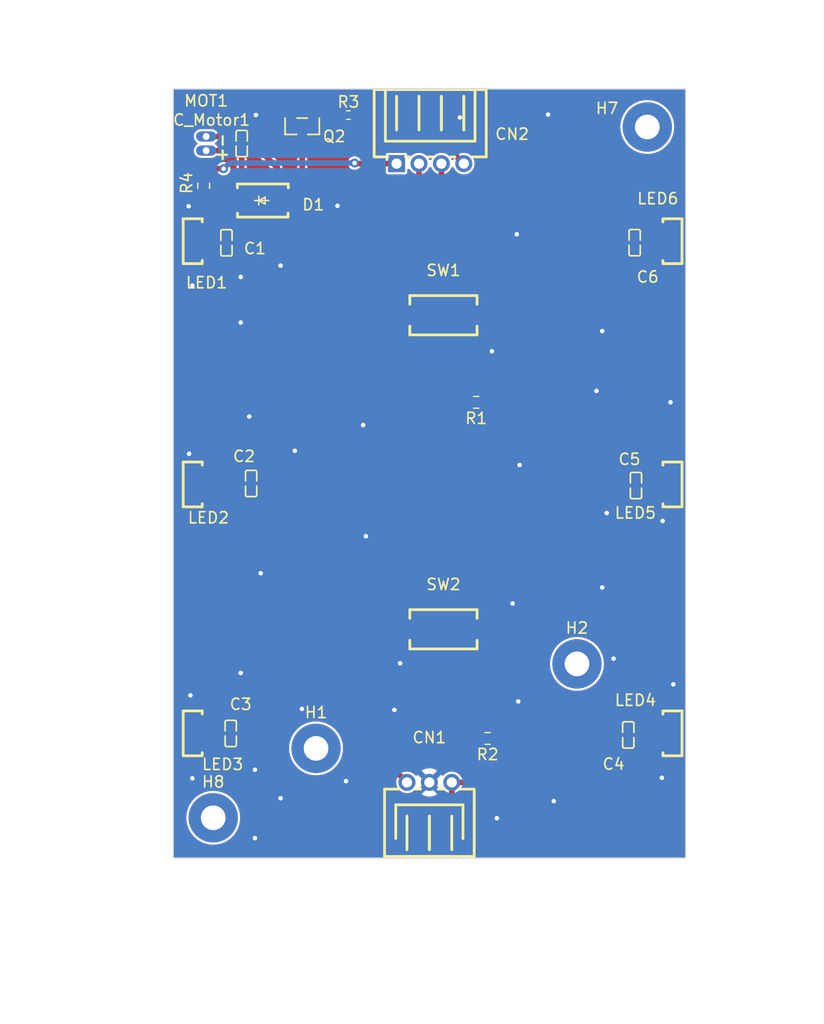
<source format=kicad_pcb>
(kicad_pcb (version 20240108) (generator "pcbnew") (generator_version "8.0")
  (layers (0 "F.Cu" signal) (31 "B.Cu" signal) (34 "B.Paste" user) (35 "F.Paste" user) (36 "B.SilkS" user "B.Silkscreen") (37 "F.SilkS" user "F.Silkscreen") (38 "B.Mask" user) (39 "F.Mask" user) (44 "Edge.Cuts" user))
  (net 0 "")
  (net 1 "+5V")
  (net 2 "GND")
  (net 3 "Net-(D1-A)")
  (net 4 "+3.3V")
  (net 5 "BT_SEC")
  (net 6 "Net-(LED1-DO)")
  (net 7 "Net-(LED2-DO)")
  (net 8 "Net-(LED3-DO)")
  (net 9 "Net-(LED4-DO)")
  (net 10 "Net-(LED5-DO)")
  (net 11 "BT_PRIM")
  (net 12 "LED_D1")
  (net 14 "Net-(R1-Pad2)")
  (net 15 "Net-(R2-Pad1)")
  (net 16 "VIB_MOTOR")
  (net 17 "Net-(LED1-DI)")
  (net 18 "Net-(Q2-B)")
  (footprint "Resistor_SMD:R_0603_1608Metric" (layer "F.Cu") (at 133.21958 63.084514 -90)
    (property "Reference" "R4" (at -0.254 1.524 90) (layer "F.SilkS"))
    (property "Value" "330 Ohm")
    (fp_line (start -0.237258 0.5225) (end 0.237258 0.5225) (stroke (width 0.12)) (layer "F.SilkS"))
    (fp_line (start -0.237258 -0.5225) (end 0.237258 -0.5225) (stroke (width 0.12)) (layer "F.SilkS"))
    (pad "1" smd roundrect (at -0.825 0 270) (size 0.8 0.95) (layers "F.Cu" "F.Paste" "F.Mask") (net 12 "LED_D1"))
    (pad "2" smd roundrect (at 0.825 0 270) (size 0.8 0.95) (layers "F.Cu" "F.Paste" "F.Mask") (net 17 "Net-(LED1-DI)"))
  )
  (footprint "global:KEY-SMD_L6.0-W3.5-LS8.0" (layer "F.Cu") (at 154.61421 74.62429)
    (property "Reference" "SW1" (at 0 -4 0) (layer "F.SilkS"))
    (property "Value" "Primary Button")
    (fp_line (start -3 -1.75) (end -3 -0.98) (stroke (width 0.25)) (layer "F.SilkS"))
    (fp_line (start -3 -1.75) (end 3 -1.75) (stroke (width 0.25)) (layer "F.SilkS"))
    (fp_line (start -3 0.98) (end -3 1.75) (stroke (width 0.25)) (layer "F.SilkS"))
    (fp_line (start -3 1.75) (end 3 1.75) (stroke (width 0.25)) (layer "F.SilkS"))
    (fp_line (start 3 -1.75) (end 3 -0.98) (stroke (width 0.25)) (layer "F.SilkS"))
    (fp_line (start 3 0.98) (end 3 1.75) (stroke (width 0.25)) (layer "F.SilkS"))
    (pad "1" smd rect (at -3.75 0) (size 1.5 1.5) (layers "F.Cu" "F.Paste" "F.Mask") (net 11 "BT_PRIM"))
    (pad "2" smd rect (at 3.75 0) (size 1.5 1.5) (layers "F.Cu" "F.Paste" "F.Mask") (net 14 "Net-(R1-Pad2)"))
  )
  (footprint "global:C0402" (layer "F.Cu") (at 137.45346 89.625394 -90)
    (property "Reference" "C2" (at -2.42 0.635 180) (layer "F.SilkS"))
    (property "Value" "100nF")
    (fp_line (start -0.23 0.5) (end -1.02 0.5) (stroke (width 0.15)) (layer "F.SilkS"))
    (fp_line (start 0.23 0.5) (end 1.02 0.5) (stroke (width 0.15)) (layer "F.SilkS"))
    (fp_line (start -1.17 0.35) (end -1.17 -0.35) (stroke (width 0.15)) (layer "F.SilkS"))
    (fp_line (start 1.17 0.35) (end 1.17 -0.35) (stroke (width 0.15)) (layer "F.SilkS"))
    (fp_line (start -1.02 -0.5) (end -0.23 -0.5) (stroke (width 0.15)) (layer "F.SilkS"))
    (fp_line (start 1.02 -0.5) (end 0.23 -0.5) (stroke (width 0.15)) (layer "F.SilkS"))
    (fp_arc (start -1.02 0.5) (mid -1.126066 0.456066) (end -1.17 0.35) (stroke (width 0.15)) (layer "F.SilkS"))
    (fp_arc (start 1.17 0.35) (mid 1.126066 0.456066) (end 1.02 0.5) (stroke (width 0.15)) (layer "F.SilkS"))
    (fp_arc (start -1.17 -0.35) (mid -1.126066 -0.456066) (end -1.02 -0.5) (stroke (width 0.15)) (layer "F.SilkS"))
    (fp_arc (start 1.02 -0.5) (mid 1.126066 -0.456066) (end 1.17 -0.35) (stroke (width 0.15)) (layer "F.SilkS"))
    (pad "1" smd rect (at -0.55 0 270) (size 0.79 0.54) (layers "F.Cu" "F.Paste" "F.Mask") (net 1 "+5V"))
    (pad "2" smd rect (at 0.55 0 270) (size 0.79 0.54) (layers "F.Cu" "F.Paste" "F.Mask") (net 2 "GND"))
  )
  (footprint "global:KEY-SMD_L6.0-W3.5-LS8.0" (layer "F.Cu") (at 154.61421 102.62779)
    (property "Reference" "SW2" (at 0 -4 0) (layer "F.SilkS"))
    (property "Value" "Secondary Button")
    (fp_line (start -3 -1.75) (end -3 -0.98) (stroke (width 0.25)) (layer "F.SilkS"))
    (fp_line (start -3 -1.75) (end 3 -1.75) (stroke (width 0.25)) (layer "F.SilkS"))
    (fp_line (start -3 0.98) (end -3 1.75) (stroke (width 0.25)) (layer "F.SilkS"))
    (fp_line (start -3 1.75) (end 3 1.75) (stroke (width 0.25)) (layer "F.SilkS"))
    (fp_line (start 3 -1.75) (end 3 -0.98) (stroke (width 0.25)) (layer "F.SilkS"))
    (fp_line (start 3 0.98) (end 3 1.75) (stroke (width 0.25)) (layer "F.SilkS"))
    (pad "1" smd rect (at -3.75 0) (size 1.5 1.5) (layers "F.Cu" "F.Paste" "F.Mask") (net 5 "BT_SEC"))
    (pad "2" smd rect (at 3.75 0) (size 1.5 1.5) (layers "F.Cu" "F.Paste" "F.Mask") (net 15 "Net-(R2-Pad1)"))
  )
  (footprint "global:C0402" (layer "F.Cu") (at 171.677981 68.152577 90)
    (property "Reference" "C6" (at -3.059937 1.165599 0) (layer "F.SilkS"))
    (property "Value" "100nF")
    (fp_line (start 1.02 -0.5) (end 0.23 -0.5) (stroke (width 0.15)) (layer "F.SilkS"))
    (fp_line (start -1.02 -0.5) (end -0.23 -0.5) (stroke (width 0.15)) (layer "F.SilkS"))
    (fp_line (start 1.17 0.35) (end 1.17 -0.35) (stroke (width 0.15)) (layer "F.SilkS"))
    (fp_line (start -1.17 0.35) (end -1.17 -0.35) (stroke (width 0.15)) (layer "F.SilkS"))
    (fp_line (start 0.23 0.5) (end 1.02 0.5) (stroke (width 0.15)) (layer "F.SilkS"))
    (fp_line (start -0.23 0.5) (end -1.02 0.5) (stroke (width 0.15)) (layer "F.SilkS"))
    (fp_arc (start 1.02 -0.5) (mid 1.126066 -0.456066) (end 1.17 -0.35) (stroke (width 0.15)) (layer "F.SilkS"))
    (fp_arc (start -1.17 -0.35) (mid -1.126066 -0.456066) (end -1.02 -0.5) (stroke (width 0.15)) (layer "F.SilkS"))
    (fp_arc (start 1.17 0.35) (mid 1.126066 0.456066) (end 1.02 0.5) (stroke (width 0.15)) (layer "F.SilkS"))
    (fp_arc (start -1.02 0.5) (mid -1.126066 0.456066) (end -1.17 0.35) (stroke (width 0.15)) (layer "F.SilkS"))
    (pad "1" smd rect (at -0.55 0 90) (size 0.79 0.54) (layers "F.Cu" "F.Paste" "F.Mask") (net 1 "+5V"))
    (pad "2" smd rect (at 0.55 0 90) (size 0.79 0.54) (layers "F.Cu" "F.Paste" "F.Mask") (net 2 "GND"))
  )
  (footprint "global:SMA_L4.2-W2.6-LS5.0-RD" (layer "F.Cu") (at 138.51546 64.394394)
    (property "Reference" "D1" (at 4.48654 0.375606 0) (layer "F.SilkS"))
    (property "Value" "1N4001 Diode")
    (fp_line (start -2.29 -1.47) (end -2.29 -1.13) (stroke (width 0.25)) (layer "F.SilkS"))
    (fp_line (start -2.28 1.13) (end -2.28 1.48) (stroke (width 0.25)) (layer "F.SilkS"))
    (fp_line (start -2.28 1.48) (end 2.23 1.48) (stroke (width 0.25)) (layer "F.SilkS"))
    (fp_line (start -0.76 0) (end 0.51 0) (stroke (width 0.13)) (layer "F.SilkS"))
    (fp_line (start -0.38 0) (end -0.38 -0.38) (stroke (width 0.13)) (layer "F.SilkS"))
    (fp_line (start -0.38 0) (end -0.38 0.38) (stroke (width 0.13)) (layer "F.SilkS"))
    (fp_line (start 0.16 0.3) (end -0.38 0) (stroke (width 0.13)) (layer "F.SilkS"))
    (fp_line (start 0.19 -0.3) (end -0.38 0) (stroke (width 0.13)) (layer "F.SilkS"))
    (fp_line (start 0.19 -0.3) (end 0.19 0.3) (stroke (width 0.13)) (layer "F.SilkS"))
    (fp_line (start 2.23 1.48) (end 2.23 1.13) (stroke (width 0.25)) (layer "F.SilkS"))
    (fp_line (start 2.25 -1.47) (end -2.29 -1.47) (stroke (width 0.25)) (layer "F.SilkS"))
    (fp_line (start 2.25 -1.13) (end 2.25 -1.47) (stroke (width 0.25)) (layer "F.SilkS"))
    (pad "1" smd rect (at -2.06 0) (size 2 1.8) (layers "F.Cu" "F.Paste" "F.Mask") (net 4 "+3.3V"))
    (pad "2" smd rect (at 2.06 0) (size 2 1.8) (layers "F.Cu" "F.Paste" "F.Mask") (net 3 "Net-(D1-A)"))
  )
  (footprint "global:LED-SMD_4P-L4.0-W1.7_XL-4020RGBC-WS2812B" (layer "F.Cu") (at 174.28346 111.906394 90)
    (property "Reference" "LED4" (at 2.95 -2.54 0) (layer "F.SilkS"))
    (property "Value" "XL-4020RGBC-WS2812B")
    (fp_line (start 2 -0.08) (end 1.72 -0.08) (stroke (width 0.25)) (layer "F.SilkS"))
    (fp_line (start -1.73 -0.08) (end -2 -0.08) (stroke (width 0.25)) (layer "F.SilkS"))
    (fp_line (start -2 -0.08) (end -2 1.62) (stroke (width 0.25)) (layer "F.SilkS"))
    (fp_line (start 2 1.62) (end 2 -0.05) (stroke (width 0.25)) (layer "F.SilkS"))
    (fp_line (start -2 1.62) (end 2 1.62) (stroke (width 0.25)) (layer "F.SilkS"))
    (pad "1" smd rect (at 1.27 0 90) (size 0.43 1.15) (layers "F.Cu" "F.Paste" "F.Mask") (net 2 "GND"))
    (pad "2" smd rect (at 0.43 0 90) (size 0.43 1.15) (layers "F.Cu" "F.Paste" "F.Mask") (net 9 "Net-(LED4-DO)"))
    (pad "3" smd rect (at -0.42 0 90) (size 0.43 1.15) (layers "F.Cu" "F.Paste" "F.Mask") (net 1 "+5V"))
    (pad "4" smd rect (at -1.27 0 90) (size 0.43 1.15) (layers "F.Cu" "F.Paste" "F.Mask") (net 8 "Net-(LED3-DO)"))
  )
  (footprint "global:CONN-TH_PH-3AW" (layer "F.Cu") (at 153.358803 116.279748)
    (property "Reference" "CN1" (at 0 -4 0) (layer "F.SilkS"))
    (property "Value" "PH-3AW_C722773")
    (fp_line (start -4 0.6) (end -4 6.6) (stroke (width 0.25)) (layer "F.SilkS"))
    (fp_line (start -4 0.6) (end -2.79 0.6) (stroke (width 0.25)) (layer "F.SilkS"))
    (fp_line (start -3 2) (end -3 5) (stroke (width 0.25)) (layer "F.SilkS"))
    (fp_line (start -2 6) (end -2 3) (stroke (width 0.25)) (layer "F.SilkS"))
    (fp_line (start -1.21 0.6) (end -0.79 0.6) (stroke (width 0.25)) (layer "F.SilkS"))
    (fp_line (start 0 3) (end 0 6) (stroke (width 0.25)) (layer "F.SilkS"))
    (fp_line (start 0 6) (end 0 3) (stroke (width 0.25)) (layer "F.SilkS"))
    (fp_line (start 0.79 0.6) (end 1.21 0.6) (stroke (width 0.25)) (layer "F.SilkS"))
    (fp_line (start 2 3) (end 2 6) (stroke (width 0.25)) (layer "F.SilkS"))
    (fp_line (start 2 6.6) (end -4 6.6) (stroke (width 0.25)) (layer "F.SilkS"))
    (fp_line (start 2.79 0.6) (end 4 0.6) (stroke (width 0.25)) (layer "F.SilkS"))
    (fp_line (start 3 2) (end -3 2) (stroke (width 0.25)) (layer "F.SilkS"))
    (fp_line (start 3 5) (end 3 2) (stroke (width 0.25)) (layer "F.SilkS"))
    (fp_line (start 4 0.6) (end 4 6.6) (stroke (width 0.25)) (layer "F.SilkS"))
    (fp_line (start 4 6.6) (end -2 6.6) (stroke (width 0.25)) (layer "F.SilkS"))
    (pad "1" thru_hole circle (at 2 0 180) (size 1.52 1.52) (drill 0.9144) (layers "*.Cu" "*.Mask") (net 1 "+5V"))
    (pad "2" thru_hole circle (at 0 0 180) (size 1.52 1.52) (drill 0.9144) (layers "*.Cu" "*.Mask") (net 2 "GND"))
    (pad "3" thru_hole circle (at -2 0 180) (size 1.52 1.52) (drill 0.9144) (layers "*.Cu" "*.Mask") (net 4 "+3.3V"))
  )
  (footprint "global:LED-SMD_4P-L4.0-W1.7_XL-4020RGBC-WS2812B" (layer "F.Cu") (at 133.00846 111.906394 -90)
    (property "Reference" "LED3" (at 2.765 -1.905 180) (layer "F.SilkS"))
    (property "Value" "XL-4020RGBC-WS2812B")
    (fp_line (start -2 1.62) (end 2 1.62) (stroke (width 0.25)) (layer "F.SilkS"))
    (fp_line (start 2 1.62) (end 2 -0.05) (stroke (width 0.25)) (layer "F.SilkS"))
    (fp_line (start -2 -0.08) (end -2 1.62) (stroke (width 0.25)) (layer "F.SilkS"))
    (fp_line (start -1.73 -0.08) (end -2 -0.08) (stroke (width 0.25)) (layer "F.SilkS"))
    (fp_line (start 2 -0.08) (end 1.72 -0.08) (stroke (width 0.25)) (layer "F.SilkS"))
    (pad "1" smd rect (at 1.27 0 270) (size 0.43 1.15) (layers "F.Cu" "F.Paste" "F.Mask") (net 2 "GND"))
    (pad "2" smd rect (at 0.43 0 270) (size 0.43 1.15) (layers "F.Cu" "F.Paste" "F.Mask") (net 8 "Net-(LED3-DO)"))
    (pad "3" smd rect (at -0.42 0 270) (size 0.43 1.15) (layers "F.Cu" "F.Paste" "F.Mask") (net 1 "+5V"))
    (pad "4" smd rect (at -1.27 0 270) (size 0.43 1.15) (layers "F.Cu" "F.Paste" "F.Mask") (net 7 "Net-(LED2-DO)"))
  )
  (footprint "global:SOT-23-3_L2.9-W1.3-P1.90-LS2.4-BR" (layer "F.Cu") (at 142.01046 57.774394 90)
    (property "Reference" "Q2" (at -0.905 2.855 180) (layer "F.SilkS"))
    (property "Value" "BJT 2222A")
    (fp_line (start 0.73 -1.53) (end -0.73 -1.53) (stroke (width 0.15)) (layer "F.SilkS"))
    (fp_line (start -0.73 -1.53) (end -0.73 -0.49) (stroke (width 0.15)) (layer "F.SilkS"))
    (fp_line (start 0.73 -0.46) (end 0.73 0.46) (stroke (width 0.15)) (layer "F.SilkS"))
    (fp_line (start 0.73 1.53) (end -0.73 1.53) (stroke (width 0.15)) (layer "F.SilkS"))
    (fp_line (start -0.73 1.53) (end -0.73 0.49) (stroke (width 0.15)) (layer "F.SilkS"))
    (pad "1" smd rect (at 1 0.95 90) (size 1.25 0.7) (layers "F.Cu" "F.Paste" "F.Mask") (net 18 "Net-(Q2-B)"))
    (pad "2" smd rect (at 1 -0.95 90) (size 1.25 0.7) (layers "F.Cu" "F.Paste" "F.Mask") (net 2 "GND"))
    (pad "3" smd rect (at -1 0 90) (size 1.25 0.7) (layers "F.Cu" "F.Paste" "F.Mask") (net 3 "Net-(D1-A)"))
  )
  (footprint "global:C0402" (layer "F.Cu") (at 171.10846 112.046394 90)
    (property "Reference" "C4" (at -2.60012 -1.31288 0) (layer "F.SilkS"))
    (property "Value" "100nF")
    (fp_line (start 1.02 -0.5) (end 0.23 -0.5) (stroke (width 0.15)) (layer "F.SilkS"))
    (fp_line (start -1.02 -0.5) (end -0.23 -0.5) (stroke (width 0.15)) (layer "F.SilkS"))
    (fp_line (start 1.17 0.35) (end 1.17 -0.35) (stroke (width 0.15)) (layer "F.SilkS"))
    (fp_line (start -1.17 0.35) (end -1.17 -0.35) (stroke (width 0.15)) (layer "F.SilkS"))
    (fp_line (start 0.23 0.5) (end 1.02 0.5) (stroke (width 0.15)) (layer "F.SilkS"))
    (fp_line (start -0.23 0.5) (end -1.02 0.5) (stroke (width 0.15)) (layer "F.SilkS"))
    (fp_arc (start 1.02 -0.5) (mid 1.126066 -0.456066) (end 1.17 -0.35) (stroke (width 0.15)) (layer "F.SilkS"))
    (fp_arc (start -1.17 -0.35) (mid -1.126066 -0.456066) (end -1.02 -0.5) (stroke (width 0.15)) (layer "F.SilkS"))
    (fp_arc (start 1.17 0.35) (mid 1.126066 0.456066) (end 1.02 0.5) (stroke (width 0.15)) (layer "F.SilkS"))
    (fp_arc (start -1.02 0.5) (mid -1.126066 0.456066) (end -1.17 0.35) (stroke (width 0.15)) (layer "F.SilkS"))
    (pad "1" smd rect (at -0.55 0 90) (size 0.79 0.54) (layers "F.Cu" "F.Paste" "F.Mask") (net 1 "+5V"))
    (pad "2" smd rect (at 0.55 0 90) (size 0.79 0.54) (layers "F.Cu" "F.Paste" "F.Mask") (net 2 "GND"))
  )
  (footprint "MountingHole:MountingHole_2.2mm_M2_Pad_TopBottom" (layer "F.Cu") (at 166.52945 105.712425)
    (property "Reference" "H2" (at 0 -3.2 0) (layer "F.SilkS"))
    (property "Value" "MountingHole")
    (pad "1" thru_hole circle (at 0 0) (size 2.6 2.6) (drill 2.2) (layers "*.Cu" "*.Mask"))
    (pad "1" connect circle (at 0 0) (size 4.4 4.4) (layers "F.Cu" "F.Mask"))
    (pad "1" connect circle (at 0 0) (size 4.4 4.4) (layers "B.Cu" "B.Mask"))
  )
  (footprint "global:CONN-TH_PH-4AW_C722777" (layer "F.Cu") (at 153.432 61.105411 180)
    (property "Reference" "CN2" (at -7.30846 2.631017 0) (layer "F.SilkS"))
    (property "Value" "PH-4AW_C722777")
    (fp_line (start 5 6.6) (end -5 6.6) (stroke (width 0.25)) (layer "F.SilkS"))
    (fp_line (start 5 0.6) (end 5 6.6) (stroke (width 0.25)) (layer "F.SilkS"))
    (fp_line (start 4 2) (end 4 6.6) (stroke (width 0.25)) (layer "F.SilkS"))
    (fp_line (start 4 2) (end -4 2) (stroke (width 0.25)) (layer "F.SilkS"))
    (fp_line (start 3.79 0.6) (end 5 0.6) (stroke (width 0.25)) (layer "F.SilkS"))
    (fp_line (start 3 3) (end 3 6) (stroke (width 0.25)) (layer "F.SilkS"))
    (fp_line (start 1.79 0.6) (end 2.21 0.6) (stroke (width 0.25)) (layer "F.SilkS"))
    (fp_line (start 1 6) (end 1 3) (stroke (width 0.25)) (layer "F.SilkS"))
    (fp_line (start 1 3) (end 1 6) (stroke (width 0.25)) (layer "F.SilkS"))
    (fp_line (start -0.21 0.6) (end 0.21 0.6) (stroke (width 0.25)) (layer "F.SilkS"))
    (fp_line (start -1 6) (end -1 3) (stroke (width 0.25)) (layer "F.SilkS"))
    (fp_line (start -1 3) (end -1 6) (stroke (width 0.25)) (layer "F.SilkS"))
    (fp_line (start -2.21 0.6) (end -1.79 0.6) (stroke (width 0.25)) (layer "F.SilkS"))
    (fp_line (start -3 6) (end -3 3) (stroke (width 0.25)) (layer "F.SilkS"))
    (fp_line (start -3 3) (end -3 6) (stroke (width 0.25)) (layer "F.SilkS"))
    (fp_line (start -4 2) (end -4 6.6) (stroke (width 0.25)) (layer "F.SilkS"))
    (fp_line (start -4.21 0.6) (end -3.79 0.6) (stroke (width 0.25)) (layer "F.SilkS"))
    (fp_line (start -4.21 0.6) (end -5 0.6) (stroke (width 0.25)) (layer "F.SilkS"))
    (fp_line (start -5 6.6) (end -5 0.64) (stroke (width 0.25)) (layer "F.SilkS"))
    (pad "1" thru_hole rect (at 3 0) (size 1.52 1.52) (drill 0.9144) (layers "*.Cu" "*.Mask") (net 12 "LED_D1"))
    (pad "2" thru_hole circle (at 1 0) (size 1.52 1.52) (drill 0.9144) (layers "*.Cu" "*.Mask") (net 11 "BT_PRIM"))
    (pad "3" thru_hole circle (at -1 0) (size 1.52 1.52) (drill 0.9144) (layers "*.Cu" "*.Mask") (net 5 "BT_SEC"))
    (pad "4" thru_hole circle (at -3 0) (size 1.52 1.52) (drill 0.9144) (layers "*.Cu" "*.Mask") (net 16 "VIB_MOTOR"))
  )
  (footprint "global:LED-SMD_4P-L4.0-W1.7_XL-4020RGBC-WS2812B" (layer "F.Cu") (at 174.28346 68.022394 90)
    (property "Reference" "LED6" (at 3.79788 -0.53988 0) (layer "F.SilkS"))
    (property "Value" "XL-4020RGBC-WS2812B")
    (fp_line (start 2 -0.08) (end 1.72 -0.08) (stroke (width 0.25)) (layer "F.SilkS"))
    (fp_line (start -1.73 -0.08) (end -2 -0.08) (stroke (width 0.25)) (layer "F.SilkS"))
    (fp_line (start -2 -0.08) (end -2 1.62) (stroke (width 0.25)) (layer "F.SilkS"))
    (fp_line (start 2 1.62) (end 2 -0.05) (stroke (width 0.25)) (layer "F.SilkS"))
    (fp_line (start -2 1.62) (end 2 1.62) (stroke (width 0.25)) (layer "F.SilkS"))
    (pad "1" smd rect (at 1.27 0 90) (size 0.43 1.15) (layers "F.Cu" "F.Paste" "F.Mask") (net 2 "GND"))
    (pad "2" smd rect (at 0.43 0 90) (size 0.43 1.15) (layers "F.Cu" "F.Paste" "F.Mask"))
    (pad "3" smd rect (at -0.42 0 90) (size 0.43 1.15) (layers "F.Cu" "F.Paste" "F.Mask") (net 1 "+5V"))
    (pad "4" smd rect (at -1.27 0 90) (size 0.43 1.15) (layers "F.Cu" "F.Paste" "F.Mask") (net 10 "Net-(LED5-DO)"))
  )
  (footprint "MountingHole:MountingHole_2.2mm_M2_Pad_TopBottom" (layer "F.Cu") (at 134.07046 119.434394)
    (property "Reference" "H8" (at 0 -3.2 0) (layer "F.SilkS"))
    (property "Value" "MountingHole")
    (pad "1" thru_hole circle (at 0 0) (size 2.6 2.6) (drill 2.2) (layers "*.Cu" "*.Mask"))
    (pad "1" connect circle (at 0 0) (size 4.4 4.4) (layers "F.Cu" "F.Mask"))
    (pad "1" connect circle (at 0 0) (size 4.4 4.4) (layers "B.Cu" "B.Mask"))
  )
  (footprint "global:C0402" (layer "F.Cu") (at 135.630468 111.914343 -90)
    (property "Reference" "C3" (at -2.601829 -0.891112 180) (layer "F.SilkS"))
    (property "Value" "100nF")
    (fp_line (start -0.23 0.5) (end -1.02 0.5) (stroke (width 0.15)) (layer "F.SilkS"))
    (fp_line (start 0.23 0.5) (end 1.02 0.5) (stroke (width 0.15)) (layer "F.SilkS"))
    (fp_line (start -1.17 0.35) (end -1.17 -0.35) (stroke (width 0.15)) (layer "F.SilkS"))
    (fp_line (start 1.17 0.35) (end 1.17 -0.35) (stroke (width 0.15)) (layer "F.SilkS"))
    (fp_line (start -1.02 -0.5) (end -0.23 -0.5) (stroke (width 0.15)) (layer "F.SilkS"))
    (fp_line (start 1.02 -0.5) (end 0.23 -0.5) (stroke (width 0.15)) (layer "F.SilkS"))
    (fp_arc (start -1.02 0.5) (mid -1.126066 0.456066) (end -1.17 0.35) (stroke (width 0.15)) (layer "F.SilkS"))
    (fp_arc (start 1.17 0.35) (mid 1.126066 0.456066) (end 1.02 0.5) (stroke (width 0.15)) (layer "F.SilkS"))
    (fp_arc (start -1.17 -0.35) (mid -1.126066 -0.456066) (end -1.02 -0.5) (stroke (width 0.15)) (layer "F.SilkS"))
    (fp_arc (start 1.02 -0.5) (mid 1.126066 -0.456066) (end 1.17 -0.35) (stroke (width 0.15)) (layer "F.SilkS"))
    (pad "1" smd rect (at -0.55 0 270) (size 0.79 0.54) (layers "F.Cu" "F.Paste" "F.Mask") (net 1 "+5V"))
    (pad "2" smd rect (at 0.55 0 270) (size 0.79 0.54) (layers "F.Cu" "F.Paste" "F.Mask") (net 2 "GND"))
  )
  (footprint "global:C0402" (layer "F.Cu") (at 171.795842 89.809875 90)
    (property "Reference" "C5" (at 2.341361 -0.582618 0) (layer "F.SilkS"))
    (property "Value" "100nF")
    (fp_line (start 1.02 -0.5) (end 0.23 -0.5) (stroke (width 0.15)) (layer "F.SilkS"))
    (fp_line (start -1.02 -0.5) (end -0.23 -0.5) (stroke (width 0.15)) (layer "F.SilkS"))
    (fp_line (start 1.17 0.35) (end 1.17 -0.35) (stroke (width 0.15)) (layer "F.SilkS"))
    (fp_line (start -1.17 0.35) (end -1.17 -0.35) (stroke (width 0.15)) (layer "F.SilkS"))
    (fp_line (start 0.23 0.5) (end 1.02 0.5) (stroke (width 0.15)) (layer "F.SilkS"))
    (fp_line (start -0.23 0.5) (end -1.02 0.5) (stroke (width 0.15)) (layer "F.SilkS"))
    (fp_arc (start 1.02 -0.5) (mid 1.126066 -0.456066) (end 1.17 -0.35) (stroke (width 0.15)) (layer "F.SilkS"))
    (fp_arc (start -1.17 -0.35) (mid -1.126066 -0.456066) (end -1.02 -0.5) (stroke (width 0.15)) (layer "F.SilkS"))
    (fp_arc (start 1.17 0.35) (mid 1.126066 0.456066) (end 1.02 0.5) (stroke (width 0.15)) (layer "F.SilkS"))
    (fp_arc (start -1.02 0.5) (mid -1.126066 0.456066) (end -1.17 0.35) (stroke (width 0.15)) (layer "F.SilkS"))
    (pad "1" smd rect (at -0.55 0 90) (size 0.79 0.54) (layers "F.Cu" "F.Paste" "F.Mask") (net 1 "+5V"))
    (pad "2" smd rect (at 0.55 0 90) (size 0.79 0.54) (layers "F.Cu" "F.Paste" "F.Mask") (net 2 "GND"))
  )
  (footprint "MountingHole:MountingHole_2.2mm_M2_Pad_TopBottom" (layer "F.Cu") (at 143.245448 113.244414)
    (property "Reference" "H1" (at 0 -3.2 0) (layer "F.SilkS"))
    (property "Value" "MountingHole")
    (pad "1" thru_hole circle (at 0 0) (size 2.6 2.6) (drill 2.2) (layers "*.Cu" "*.Mask"))
    (pad "1" connect circle (at 0 0) (size 4.4 4.4) (layers "F.Cu" "F.Mask"))
    (pad "1" connect circle (at 0 0) (size 4.4 4.4) (layers "B.Cu" "B.Mask"))
  )
  (footprint "Resistor_SMD:R_0402_1005Metric" (layer "F.Cu") (at 146.13546 56.774394)
    (property "Reference" "R3" (at 0 -1.17 0) (layer "F.SilkS"))
    (property "Value" "1.2k")
    (fp_line (start -0.153641 -0.38) (end 0.153641 -0.38) (stroke (width 0.12)) (layer "F.SilkS"))
    (fp_line (start -0.153641 0.38) (end 0.153641 0.38) (stroke (width 0.12)) (layer "F.SilkS"))
    (pad "1" smd roundrect (at -0.51 0) (size 0.54 0.64) (layers "F.Cu" "F.Paste" "F.Mask") (net 18 "Net-(Q2-B)"))
    (pad "2" smd roundrect (at 0.51 0) (size 0.54 0.64) (layers "F.Cu" "F.Paste" "F.Mask") (net 16 "VIB_MOTOR"))
  )
  (footprint "global:VIBRATING-MOTOR-SMD_WELDING" (layer "F.Cu") (at 133.44046 59.314394 -90)
    (property "Reference" "MOT1" (at -3.81 0.005 0) (layer "F.SilkS"))
    (property "Value" "Vibration Motor")
    (fp_text user "+" (at 0.25 -1.4 90) (layer "F.SilkS") (effects (font (thickness 0.2)) (justify right)))
    (fp_text user "-" (at -1.02 -1.4 90) (layer "F.SilkS") (effects (font (thickness 0.2)) (justify right)))
    (pad "1" thru_hole oval (at -0.63 0 270) (size 0.9 1.8) (drill 0.6096) (layers "*.Cu" "*.Mask") (net 3 "Net-(D1-A)"))
    (pad "2" thru_hole oval (at 0.63 0 270) (size 0.9 1.8) (drill 0.6096) (layers "*.Cu" "*.Mask") (net 4 "+3.3V"))
  )
  (footprint "global:LED-SMD_4P-L4.0-W1.7_XL-4020RGBC-WS2812B" (layer "F.Cu") (at 133.00846 89.710394 -90)
    (property "Reference" "LED2" (at 2.97 -0.635 180) (layer "F.SilkS"))
    (property "Value" "XL-4020RGBC-WS2812B")
    (fp_line (start -2 1.62) (end 2 1.62) (stroke (width 0.25)) (layer "F.SilkS"))
    (fp_line (start 2 1.62) (end 2 -0.05) (stroke (width 0.25)) (layer "F.SilkS"))
    (fp_line (start -2 -0.08) (end -2 1.62) (stroke (width 0.25)) (layer "F.SilkS"))
    (fp_line (start -1.73 -0.08) (end -2 -0.08) (stroke (width 0.25)) (layer "F.SilkS"))
    (fp_line (start 2 -0.08) (end 1.72 -0.08) (stroke (width 0.25)) (layer "F.SilkS"))
    (pad "1" smd rect (at 1.27 0 270) (size 0.43 1.15) (layers "F.Cu" "F.Paste" "F.Mask") (net 2 "GND"))
    (pad "2" smd rect (at 0.43 0 270) (size 0.43 1.15) (layers "F.Cu" "F.Paste" "F.Mask") (net 7 "Net-(LED2-DO)"))
    (pad "3" smd rect (at -0.42 0 270) (size 0.43 1.15) (layers "F.Cu" "F.Paste" "F.Mask") (net 1 "+5V"))
    (pad "4" smd rect (at -1.27 0 270) (size 0.43 1.15) (layers "F.Cu" "F.Paste" "F.Mask") (net 6 "Net-(LED1-DO)"))
  )
  (footprint "Resistor_SMD:R_0603_1608Metric" (layer "F.Cu") (at 157.54058 82.388514 180)
    (property "Reference" "R1" (at 0 -1.43 0) (layer "F.SilkS"))
    (property "Value" "10k")
    (fp_line (start -0.237258 0.5225) (end 0.237258 0.5225) (stroke (width 0.12)) (layer "F.SilkS"))
    (fp_line (start -0.237258 -0.5225) (end 0.237258 -0.5225) (stroke (width 0.12)) (layer "F.SilkS"))
    (pad "1" smd roundrect (at -0.825 0 180) (size 0.8 0.95) (layers "F.Cu" "F.Paste" "F.Mask") (net 2 "GND"))
    (pad "2" smd roundrect (at 0.825 0 180) (size 0.8 0.95) (layers "F.Cu" "F.Paste" "F.Mask") (net 14 "Net-(R1-Pad2)"))
  )
  (footprint "global:C0402" (layer "F.Cu") (at 136.61046 59.314394 -90)
    (property "Reference" "C_Motor1" (at -2.099303 2.685456 180) (layer "F.SilkS"))
    (property "Value" "100nF")
    (fp_line (start -0.23 0.5) (end -1.02 0.5) (stroke (width 0.15)) (layer "F.SilkS"))
    (fp_line (start 0.23 0.5) (end 1.02 0.5) (stroke (width 0.15)) (layer "F.SilkS"))
    (fp_line (start -1.17 0.35) (end -1.17 -0.35) (stroke (width 0.15)) (layer "F.SilkS"))
    (fp_line (start 1.17 0.35) (end 1.17 -0.35) (stroke (width 0.15)) (layer "F.SilkS"))
    (fp_line (start -1.02 -0.5) (end -0.23 -0.5) (stroke (width 0.15)) (layer "F.SilkS"))
    (fp_line (start 1.02 -0.5) (end 0.23 -0.5) (stroke (width 0.15)) (layer "F.SilkS"))
    (fp_arc (start -1.02 0.5) (mid -1.126066 0.456066) (end -1.17 0.35) (stroke (width 0.15)) (layer "F.SilkS"))
    (fp_arc (start 1.17 0.35) (mid 1.126066 0.456066) (end 1.02 0.5) (stroke (width 0.15)) (layer "F.SilkS"))
    (fp_arc (start -1.17 -0.35) (mid -1.126066 -0.456066) (end -1.02 -0.5) (stroke (width 0.15)) (layer "F.SilkS"))
    (fp_arc (start 1.02 -0.5) (mid 1.126066 -0.456066) (end 1.17 -0.35) (stroke (width 0.15)) (layer "F.SilkS"))
    (pad "1" smd rect (at -0.55 0 270) (size 0.79 0.54) (layers "F.Cu" "F.Paste" "F.Mask") (net 3 "Net-(D1-A)"))
    (pad "2" smd rect (at 0.55 0 270) (size 0.79 0.54) (layers "F.Cu" "F.Paste" "F.Mask") (net 4 "+3.3V"))
  )
  (footprint "global:LED-SMD_4P-L4.0-W1.7_XL-4020RGBC-WS2812B" (layer "F.Cu") (at 174.28346 89.710394 90)
    (property "Reference" "LED5" (at -2.54 -2.54 0) (layer "F.SilkS"))
    (property "Value" "XL-4020RGBC-WS2812B")
    (fp_line (start 2 -0.08) (end 1.72 -0.08) (stroke (width 0.25)) (layer "F.SilkS"))
    (fp_line (start -1.73 -0.08) (end -2 -0.08) (stroke (width 0.25)) (layer "F.SilkS"))
    (fp_line (start -2 -0.08) (end -2 1.62) (stroke (width 0.25)) (layer "F.SilkS"))
    (fp_line (start 2 1.62) (end 2 -0.05) (stroke (width 0.25)) (layer "F.SilkS"))
    (fp_line (start -2 1.62) (end 2 1.62) (stroke (width 0.25)) (layer "F.SilkS"))
    (pad "1" smd rect (at 1.27 0 90) (size 0.43 1.15) (layers "F.Cu" "F.Paste" "F.Mask") (net 2 "GND"))
    (pad "2" smd rect (at 0.43 0 90) (size 0.43 1.15) (layers "F.Cu" "F.Paste" "F.Mask") (net 10 "Net-(LED5-DO)"))
    (pad "3" smd rect (at -0.42 0 90) (size 0.43 1.15) (layers "F.Cu" "F.Paste" "F.Mask") (net 1 "+5V"))
    (pad "4" smd rect (at -1.27 0 90) (size 0.43 1.15) (layers "F.Cu" "F.Paste" "F.Mask") (net 9 "Net-(LED4-DO)"))
  )
  (footprint "MountingHole:MountingHole_2.2mm_M2_Pad_TopBottom" (layer "F.Cu") (at 172.80546 57.839394)
    (property "Reference" "H7" (at -3.58988 -1.66288 0) (layer "F.SilkS"))
    (property "Value" "MountingHole")
    (pad "1" thru_hole circle (at 0 0) (size 2.6 2.6) (drill 2.2) (layers "*.Cu" "*.Mask"))
    (pad "1" connect circle (at 0 0) (size 4.4 4.4) (layers "F.Cu" "F.Mask"))
    (pad "1" connect circle (at 0 0) (size 4.4 4.4) (layers "B.Cu" "B.Mask"))
  )
  (footprint "global:C0402" (layer "F.Cu") (at 135.25158 68.164514 -90)
    (property "Reference" "C1" (at 0.508 -2.54 180) (layer "F.SilkS"))
    (property "Value" "100nF")
    (fp_line (start -0.23 0.5) (end -1.02 0.5) (stroke (width 0.15)) (layer "F.SilkS"))
    (fp_line (start 0.23 0.5) (end 1.02 0.5) (stroke (width 0.15)) (layer "F.SilkS"))
    (fp_line (start -1.17 0.35) (end -1.17 -0.35) (stroke (width 0.15)) (layer "F.SilkS"))
    (fp_line (start 1.17 0.35) (end 1.17 -0.35) (stroke (width 0.15)) (layer "F.SilkS"))
    (fp_line (start -1.02 -0.5) (end -0.23 -0.5) (stroke (width 0.15)) (layer "F.SilkS"))
    (fp_line (start 1.02 -0.5) (end 0.23 -0.5) (stroke (width 0.15)) (layer "F.SilkS"))
    (fp_arc (start -1.02 0.5) (mid -1.126066 0.456066) (end -1.17 0.35) (stroke (width 0.15)) (layer "F.SilkS"))
    (fp_arc (start 1.17 0.35) (mid 1.126066 0.456066) (end 1.02 0.5) (stroke (width 0.15)) (layer "F.SilkS"))
    (fp_arc (start -1.17 -0.35) (mid -1.126066 -0.456066) (end -1.02 -0.5) (stroke (width 0.15)) (layer "F.SilkS"))
    (fp_arc (start 1.02 -0.5) (mid 1.126066 -0.456066) (end 1.17 -0.35) (stroke (width 0.15)) (layer "F.SilkS"))
    (pad "1" smd rect (at -0.55 0 270) (size 0.79 0.54) (layers "F.Cu" "F.Paste" "F.Mask") (net 1 "+5V"))
    (pad "2" smd rect (at 0.55 0 270) (size 0.79 0.54) (layers "F.Cu" "F.Paste" "F.Mask") (net 2 "GND"))
  )
  (footprint "global:LED-SMD_4P-L4.0-W1.7_XL-4020RGBC-WS2812B" (layer "F.Cu") (at 133.00846 68.022394 -90)
    (property "Reference" "LED1" (at 3.69812 -0.46512 180) (layer "F.SilkS"))
    (property "Value" "XL-4020RGBC-WS2812B")
    (fp_line (start -2 1.62) (end 2 1.62) (stroke (width 0.25)) (layer "F.SilkS"))
    (fp_line (start 2 1.62) (end 2 -0.05) (stroke (width 0.25)) (layer "F.SilkS"))
    (fp_line (start -2 -0.08) (end -2 1.62) (stroke (width 0.25)) (layer "F.SilkS"))
    (fp_line (start -1.73 -0.08) (end -2 -0.08) (stroke (width 0.25)) (layer "F.SilkS"))
    (fp_line (start 2 -0.08) (end 1.72 -0.08) (stroke (width 0.25)) (layer "F.SilkS"))
    (pad "1" smd rect (at 1.27 0 270) (size 0.43 1.15) (layers "F.Cu" "F.Paste" "F.Mask") (net 2 "GND"))
    (pad "2" smd rect (at 0.43 0 270) (size 0.43 1.15) (layers "F.Cu" "F.Paste" "F.Mask") (net 6 "Net-(LED1-DO)"))
    (pad "3" smd rect (at -0.42 0 270) (size 0.43 1.15) (layers "F.Cu" "F.Paste" "F.Mask") (net 1 "+5V"))
    (pad "4" smd rect (at -1.27 0 270) (size 0.43 1.15) (layers "F.Cu" "F.Paste" "F.Mask") (net 17 "Net-(LED1-DI)"))
  )
  (footprint "Resistor_SMD:R_0603_1608Metric" (layer "F.Cu") (at 158.55658 112.360514 180)
    (property "Reference" "R2" (at 0 -1.43 0) (layer "F.SilkS"))
    (property "Value" "10k")
    (fp_line (start -0.237258 0.5225) (end 0.237258 0.5225) (stroke (width 0.12)) (layer "F.SilkS"))
    (fp_line (start -0.237258 -0.5225) (end 0.237258 -0.5225) (stroke (width 0.12)) (layer "F.SilkS"))
    (pad "1" smd roundrect (at -0.825 0 180) (size 0.8 0.95) (layers "F.Cu" "F.Paste" "F.Mask") (net 15 "Net-(R2-Pad1)"))
    (pad "2" smd roundrect (at 0.825 0 180) (size 0.8 0.95) (layers "F.Cu" "F.Paste" "F.Mask") (net 2 "GND"))
  )
  (gr_rect (start 130.504652 54.445798) (end 176.224652 123.025798) (stroke (width 0.1)) (fill none) (layer "Edge.Cuts"))
  (segment (start 140.33158 111.090514) (end 140.33158 89.246514) (width 0.5) (layer "F.Cu") (net 1))
  (segment (start 137.79158 89.075394) (end 137.45346 89.075394) (width 0.5) (layer "F.Cu") (net 1))
  (segment (start 165.73158 112.868514) (end 164.430514 112.868514) (width 0.5) (layer "F.Cu") (net 1))
  (segment (start 155.06358 119.472514) (end 144.364514 119.472514) (width 0.5) (layer "F.Cu") (net 1))
  (segment (start 165.73158 90.516514) (end 165.73158 69.942514) (width 0.5) (layer "F.Cu") (net 1))
  (segment (start 155.358803 116.279748) (end 155.358803 119.177291) (width 0.5) (layer "F.Cu") (net 1))
  (segment (start 163.322 111.76) (end 163.322 92.926094) (width 0.5) (layer "F.Cu") (net 1))
  (segment (start 137.79158 67.910514) (end 137.48346 67.602394) (width 0.5) (layer "F.Cu") (net 1))
  (segment (start 137.57658 89.290394) (end 133.00846 89.290394) (width 0.5) (layer "F.Cu") (net 1))
  (segment (start 165.98558 69.688514) (end 171.151861 69.688514) (width 0.5) (layer "F.Cu") (net 1))
  (segment (start 137.79158 70.450514) (end 137.79158 67.910514) (width 0.5) (layer "F.Cu") (net 1))
  (segment (start 165.73158 90.516514) (end 165.98558 90.262514) (width 0.5) (layer "F.Cu") (net 1))
  (segment (start 139.446 114.554) (end 139.446 111.976094) (width 0.5) (layer "F.Cu") (net 1))
  (segment (start 140.33158 111.090514) (end 139.9357 111.486394) (width 0.5) (layer "F.Cu") (net 1))
  (segment (start 173.20846 112.326394) (end 174.28346 112.326394) (width 0.5) (layer "F.Cu") (net 1))
  (segment (start 137.48346 67.602394) (end 133.00846 67.602394) (width 0.5) (layer "F.Cu") (net 1))
  (segment (start 165.98558 90.262514) (end 174.15134 90.262514) (width 0.5) (layer "F.Cu") (net 1))
  (segment (start 139.9357 111.486394) (end 133.00846 111.486394) (width 0.5) (layer "F.Cu") (net 1))
  (segment (start 162.320346 116.279748) (end 165.73158 112.868514) (width 0.5) (layer "F.Cu") (net 1))
  (segment (start 164.430514 112.868514) (end 163.322 111.76) (width 0.5) (layer "F.Cu") (net 1))
  (segment (start 140.16046 89.075394) (end 137.79158 89.075394) (width 0.5) (layer "F.Cu") (net 1))
  (segment (start 139.446 111.976094) (end 140.33158 111.090514) (width 0.5) (layer "F.Cu") (net 1))
  (segment (start 171.151861 69.688514) (end 172.397981 68.442394) (width 0.5) (layer "F.Cu") (net 1))
  (segment (start 155.358803 116.279748) (end 162.320346 116.279748) (width 0.5) (layer "F.Cu") (net 1))
  (segment (start 172.66634 112.868514) (end 173.20846 112.326394) (width 0.5) (layer "F.Cu") (net 1))
  (segment (start 140.33158 72.990514) (end 137.79158 70.450514) (width 0.5) (layer "F.Cu") (net 1))
  (segment (start 137.79158 89.075394) (end 137.57658 89.290394) (width 0.5) (layer "F.Cu") (net 1))
  (segment (start 140.33158 89.246514) (end 140.16046 89.075394) (width 0.5) (layer "F.Cu") (net 1))
  (segment (start 155.358803 119.177291) (end 155.06358 119.472514) (width 0.5) (layer "F.Cu") (net 1))
  (segment (start 174.15134 90.262514) (end 174.28346 90.130394) (width 0.5) (layer "F.Cu") (net 1))
  (segment (start 172.397981 68.442394) (end 174.28346 68.442394) (width 0.5) (layer "F.Cu") (net 1))
  (segment (start 140.33158 89.246514) (end 140.33158 72.990514) (width 0.5) (layer "F.Cu") (net 1))
  (segment (start 144.364514 119.472514) (end 139.446 114.554) (width 0.5) (layer "F.Cu") (net 1))
  (segment (start 165.73158 69.942514) (end 165.98558 69.688514) (width 0.5) (layer "F.Cu") (net 1))
  (segment (start 165.73158 112.868514) (end 172.66634 112.868514) (width 0.5) (layer "F.Cu") (net 1))
  (segment (start 163.322 92.926094) (end 165.73158 90.516514) (width 0.5) (layer "F.Cu") (net 1))
  (segment (start 141.06046 56.774394) (end 137.88046 56.774394) (width 0.5) (layer "F.Cu") (net 2))
  (via (at 150.74558 105.656514) (size 0.8) (drill 0.4) (layers "F.Cu" "B.Cu") (net 2))
  (via (at 169.79558 105.248514) (size 0.8) (drill 0.4) (layers "F.Cu" "B.Cu") (net 2))
  (via (at 163.95358 56.734514) (size 0.8) (drill 0.4) (layers "F.Cu" "B.Cu") (net 2))
  (via (at 132.20358 71.974514) (size 0.8) (drill 0.4) (layers "F.Cu" "B.Cu") (net 2))
  (via (at 138.29958 97.628514) (size 0.8) (drill 0.4) (layers "F.Cu" "B.Cu") (net 2))
  (via (at 132.03558 108.516514) (size 0.8) (drill 0.4) (layers "F.Cu" "B.Cu") (net 2))
  (via (at 132.20358 115.916514) (size 0.8) (drill 0.4) (layers "F.Cu" "B.Cu") (net 2))
  (via (at 174.10558 115.866514) (size 0.8) (drill 0.4) (layers "F.Cu" "B.Cu") (net 2))
  (via (at 145.15758 64.862514) (size 0.8) (drill 0.4) (layers "F.Cu" "B.Cu") (net 2))
  (via (at 161.41358 87.976514) (size 0.8) (drill 0.4) (layers "F.Cu" "B.Cu") (net 2))
  (via (at 136.52158 75.276514) (size 0.8) (drill 0.4) (layers "F.Cu" "B.Cu") (net 2))
  (via (at 141.34758 86.706514) (size 0.8) (drill 0.4) (layers "F.Cu" "B.Cu") (net 2))
  (via (at 175.12958 107.534514) (size 0.8) (drill 0.4) (layers "F.Cu" "B.Cu") (net 2))
  (via (at 168.77958 98.898514) (size 0.8) (drill 0.4) (layers "F.Cu" "B.Cu") (net 2))
  (via (at 145.91958 116.170514) (size 0.8) (drill 0.4) (layers "F.Cu" "B.Cu") (net 2))
  (via (at 158.93558 77.836514) (size 0.8) (drill 0.4) (layers "F.Cu" "B.Cu") (net 2))
  (via (at 161.29 109.058514) (size 0.8) (drill 0.4) (layers "F.Cu" "B.Cu") (net 2))
  (via (at 137.28358 83.658514) (size 0.8) (drill 0.4) (layers "F.Cu" "B.Cu") (net 2))
  (via (at 147.44358 84.420514) (size 0.8) (drill 0.4) (layers "F.Cu" "B.Cu") (net 2))
  (via (at 140.07758 117.694514) (size 0.8) (drill 0.4) (layers "F.Cu" "B.Cu") (net 2))
  (via (at 161.15958 67.402514) (size 0.8) (drill 0.4) (layers "F.Cu" "B.Cu") (net 2))
  (via (at 174.17558 92.966514) (size 0.8) (drill 0.4) (layers "F.Cu" "B.Cu") (net 2))
  (via (at 137.88046 56.774394) (size 0.8) (drill 0.4) (layers "F.Cu" "B.Cu") (net 2))
  (via (at 168.77958 76.038514) (size 0.8) (drill 0.4) (layers "F.Cu" "B.Cu") (net 2))
  (via (at 174.87558 82.388514) (size 0.8) (drill 0.4) (layers "F.Cu" "B.Cu") (net 2))
  (via (at 147.69758 94.326514) (size 0.8) (drill 0.4) (layers "F.Cu" "B.Cu") (net 2))
  (via (at 159.38158 119.472514) (size 0.8) (drill 0.4) (layers "F.Cu" "B.Cu") (net 2))
  (via (at 156.07958 56.988514) (size 0.8) (drill 0.4) (layers "F.Cu" "B.Cu") (net 2))
  (via (at 140.07758 70.196514) (size 0.8) (drill 0.4) (layers "F.Cu" "B.Cu") (net 2))
  (via (at 136.52158 71.212514) (size 0.8) (drill 0.4) (layers "F.Cu" "B.Cu") (net 2))
  (via (at 141.986 109.728) (size 0.8) (drill 0.4) (layers "F.Cu" "B.Cu") (net 2))
  (via (at 164.46158 117.948514) (size 0.8) (drill 0.4) (layers "F.Cu" "B.Cu") (net 2))
  (via (at 168.27158 81.372514) (size 0.8) (drill 0.4) (layers "F.Cu" "B.Cu") (net 2))
  (via (at 160.782 100.33) (size 0.8) (drill 0.4) (layers "F.Cu" "B.Cu") (net 2))
  (via (at 136.52158 106.518514) (size 0.8) (drill 0.4) (layers "F.Cu" "B.Cu") (net 2))
  (via (at 150.23758 109.820514) (size 0.8) (drill 0.4) (layers "F.Cu" "B.Cu") (net 2))
  (via (at 137.79158 121.250514) (size 0.8) (drill 0.4) (layers "F.Cu" "B.Cu") (net 2))
  (via (at 131.91558 86.976514) (size 0.8) (drill 0.4) (layers "F.Cu" "B.Cu") (net 2))
  (via (at 169.18558 92.256514) (size 0.8) (drill 0.4) (layers "F.Cu" "B.Cu") (net 2))
  (via (at 137.79158 115.154514) (size 0.8) (drill 0.4) (layers "F.Cu" "B.Cu") (net 2))
  (via (at 131.87558 64.906514) (size 0.8) (drill 0.4) (layers "F.Cu" "B.Cu") (net 2))
  (segment (start 142.01046 58.774394) (end 142.01046 62.959394) (width 0.5) (layer "F.Cu") (net 3))
  (segment (start 136.53046 58.684394) (end 136.61046 58.764394) (width 0.5) (layer "F.Cu") (net 3))
  (segment (start 139.78546 61.474394) (end 137.07546 58.764394) (width 0.5) (layer "F.Cu") (net 3))
  (segment (start 139.78546 63.604394) (end 139.78546 61.474394) (width 0.5) (layer "F.Cu") (net 3))
  (segment (start 133.44046 58.684394) (end 136.53046 58.684394) (width 0.5) (layer "F.Cu") (net 3))
  (segment (start 140.57546 64.394394) (end 139.78546 63.604394) (width 0.5) (layer "F.Cu") (net 3))
  (segment (start 137.07546 58.764394) (end 136.61046 58.764394) (width 0.5) (layer "F.Cu") (net 3))
  (segment (start 142.01046 62.959394) (end 140.57546 64.394394) (width 0.5) (layer "F.Cu") (net 3))
  (segment (start 142.32546 70.264394) (end 142.32546 107.246405) (width 0.5) (layer "F.Cu") (net 4))
  (segment (start 133.44046 59.944394) (end 136.53046 59.944394) (width 0.5) (layer "F.Cu") (net 4))
  (segment (start 136.45546 64.394394) (end 142.32546 70.264394) (width 0.5) (layer "F.Cu") (net 4))
  (segment (start 136.61046 64.239394) (end 136.61046 59.864394) (width 0.5) (layer "F.Cu") (net 4))
  (segment (start 136.53046 59.944394) (end 136.61046 59.864394) (width 0.5) (layer "F.Cu") (net 4))
  (segment (start 142.32546 107.246405) (end 151.358803 116.279748) (width 0.5) (layer "F.Cu") (net 4))
  (segment (start 154.432 97.79) (end 150.86421 101.35779) (width 0.5) (layer "F.Cu") (net 5))
  (segment (start 150.86421 101.35779) (end 150.86421 102.62779) (width 0.5) (layer "F.Cu") (net 5))
  (segment (start 154.432 61.105411) (end 154.432 97.79) (width 0.5) (layer "F.Cu") (net 5))
  (segment (start 133.00846 68.452394) (end 133.85846 68.452394) (width 0.5) (layer "F.Cu") (net 6))
  (segment (start 134.23558 68.829514) (end 134.23558 87.213274) (width 0.5) (layer "F.Cu") (net 6))
  (segment (start 134.23558 87.213274) (end 133.00846 88.440394) (width 0.5) (layer "F.Cu") (net 6))
  (segment (start 133.85846 68.452394) (end 134.23558 68.829514) (width 0.5) (layer "F.Cu") (net 6))
  (segment (start 133.00846 90.140394) (end 133.85846 90.140394) (width 0.5) (layer "F.Cu") (net 7))
  (segment (start 134.03346 109.611394) (end 133.00846 110.636394) (width 0.5) (layer "F.Cu") (net 7))
  (segment (start 133.85846 90.140394) (end 134.03346 90.315394) (width 0.5) (layer "F.Cu") (net 7))
  (segment (start 134.03346 90.315394) (end 134.03346 109.611394) (width 0.5) (layer "F.Cu") (net 7))
  (segment (start 134.23558 114.900514) (end 140.83958 121.504514) (width 0.5) (layer "F.Cu") (net 8))
  (segment (start 173.8057 113.176394) (end 174.28346 113.176394) (width 0.5) (layer "F.Cu") (net 8))
  (segment (start 165.47758 121.504514) (end 173.8057 113.176394) (width 0.5) (layer "F.Cu") (net 8))
  (segment (start 134.23558 112.713514) (end 134.23558 114.900514) (width 0.5) (layer "F.Cu") (net 8))
  (segment (start 140.83958 121.504514) (end 165.47758 121.504514) (width 0.5) (layer "F.Cu") (net 8))
  (segment (start 133.00846 112.336394) (end 133.85846 112.336394) (width 0.5) (layer "F.Cu") (net 8))
  (segment (start 133.85846 112.336394) (end 134.23558 112.713514) (width 0.5) (layer "F.Cu") (net 8))
  (segment (start 174.28346 111.476394) (end 173.43346 111.476394) (width 0.5) (layer "F.Cu") (net 9))
  (segment (start 173.43346 111.476394) (end 173.25846 111.301394) (width 0.5) (layer "F.Cu") (net 9))
  (segment (start 173.25846 111.301394) (end 173.25846 92.005394) (width 0.5) (layer "F.Cu") (net 9))
  (segment (start 173.25846 92.005394) (end 174.28346 90.980394) (width 0.5) (layer "F.Cu") (net 9))
  (segment (start 173.09758 88.944514) (end 173.09758 70.478274) (width 0.5) (layer "F.Cu") (net 10))
  (segment (start 174.28346 89.280394) (end 173.43346 89.280394) (width 0.5) (layer "F.Cu") (net 10))
  (segment (start 173.09758 70.478274) (end 174.28346 69.292394) (width 0.5) (layer "F.Cu") (net 10))
  (segment (start 173.43346 89.280394) (end 173.09758 88.944514) (width 0.5) (layer "F.Cu") (net 10))
  (segment (start 152.432 61.105411) (end 152.432 71.797041) (width 0.5) (layer "F.Cu") (net 11))
  (segment (start 150.86421 73.364831) (end 150.86421 74.62429) (width 0.5) (layer "F.Cu") (net 11))
  (segment (start 152.432 71.797041) (end 150.86421 73.364831) (width 0.5) (layer "F.Cu") (net 11))
  (segment (start 150.432 61.105411) (end 146.734477 61.105411) (width 0.5) (layer "F.Cu") (net 12))
  (segment (start 133.91858 61.560514) (end 133.21958 62.259514) (width 0.5) (layer "F.Cu") (net 12))
  (segment (start 134.99758 61.560514) (end 133.91858 61.560514) (width 0.5) (layer "F.Cu") (net 12))
  (segment (start 146.734477 61.105411) (end 146.68158 61.052514) (width 0.5) (layer "F.Cu") (net 12))
  (via (at 134.99758 61.560514) (size 0.8) (drill 0.4) (layers "F.Cu" "B.Cu") (net 12))
  (via (at 146.68158 61.052514) (size 0.8) (drill 0.4) (layers "F.Cu" "B.Cu") (net 12))
  (segment (start 135.50558 61.052514) (end 134.99758 61.560514) (width 0.5) (layer "B.Cu") (net 12))
  (segment (start 146.68158 61.052514) (end 135.50558 61.052514) (width 0.5) (layer "B.Cu") (net 12))
  (segment (start 158.36421 74.62429) (end 156.71558 76.27292) (width 0.5) (layer "F.Cu") (net 14))
  (segment (start 156.71558 76.27292) (end 156.71558 82.388514) (width 0.5) (layer "F.Cu") (net 14))
  (segment (start 159.38158 104.970066) (end 159.38158 112.360514) (width 0.5) (layer "F.Cu") (net 15))
  (segment (start 158.36421 103.952696) (end 159.38158 104.970066) (width 0.5) (layer "F.Cu") (net 15))
  (segment (start 158.36421 102.62779) (end 158.36421 103.952696) (width 0.5) (layer "F.Cu") (net 15))
  (segment (start 146.64546 56.774394) (end 152.100983 56.774394) (width 0.5) (layer "F.Cu") (net 16))
  (segment (start 152.100983 56.774394) (end 156.432 61.105411) (width 0.5) (layer "F.Cu") (net 16))
  (segment (start 133.21958 66.541274) (end 133.00846 66.752394) (width 0.5) (layer "F.Cu") (net 17))
  (segment (start 133.21958 63.909514) (end 133.21958 66.541274) (width 0.5) (layer "F.Cu") (net 17))
  (segment (start 145.62546 56.774394) (end 142.96046 56.774394) (width 0.5) (layer "F.Cu") (net 18))
  (zone (net 2) (net_name "GND") (layers "F&B.Cu") (priority 2) (connect_pads (clearance 0)) (min_thickness 0.25) (fill yes (thermal_gap 0.5) (thermal_bridge_width 0.5))
    (polygon (pts (xy 153.53958 54.194514) (xy 176.490267 54.261866) (xy 176.39958 123.282514) (xy 130.42558 123.536514) (xy 130.42558 54.194514)))
  )
)
</source>
